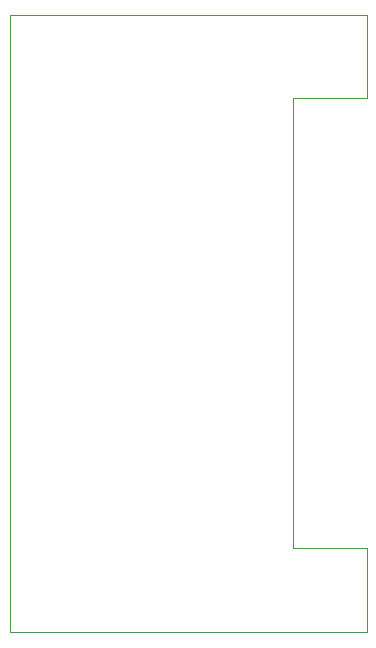
<source format=gm1>
%TF.GenerationSoftware,KiCad,Pcbnew,6.0.6*%
%TF.CreationDate,2022-09-01T23:29:10+01:00*%
%TF.ProjectId,breadbored power supply,62726561-6462-46f7-9265-6420706f7765,rev?*%
%TF.SameCoordinates,Original*%
%TF.FileFunction,Profile,NP*%
%FSLAX46Y46*%
G04 Gerber Fmt 4.6, Leading zero omitted, Abs format (unit mm)*
G04 Created by KiCad (PCBNEW 6.0.6) date 2022-09-01 23:29:10*
%MOMM*%
%LPD*%
G01*
G04 APERTURE LIST*
%TA.AperFunction,Profile*%
%ADD10C,0.100000*%
%TD*%
G04 APERTURE END LIST*
D10*
X158500000Y-86788000D02*
X152277000Y-86788000D01*
X152277000Y-124888000D01*
X158500000Y-124888000D01*
X158500000Y-132000000D01*
X128274000Y-132000000D01*
X128274000Y-79803000D01*
X158500000Y-79803000D01*
X158500000Y-86788000D01*
M02*

</source>
